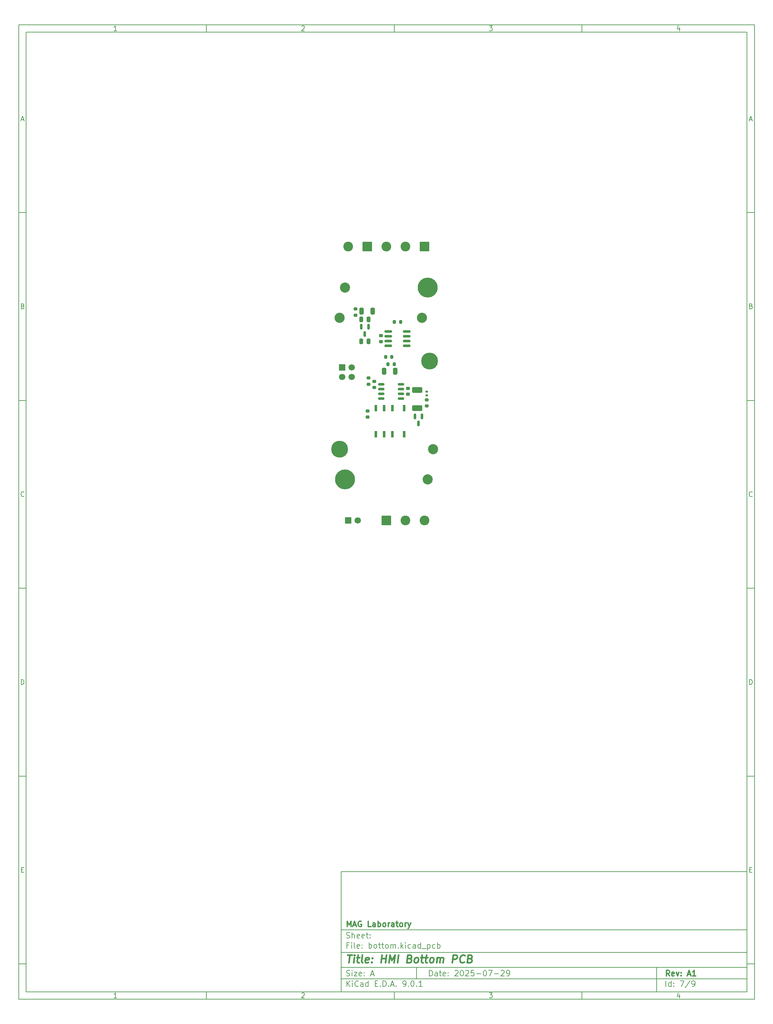
<source format=gbr>
%TF.GenerationSoftware,KiCad,Pcbnew,9.0.1*%
%TF.CreationDate,2025-07-31T02:38:39-07:00*%
%TF.ProjectId,bottom,626f7474-6f6d-42e6-9b69-6361645f7063,A1*%
%TF.SameCoordinates,PX578c1c0PY3d09000*%
%TF.FileFunction,Soldermask,Top*%
%TF.FilePolarity,Negative*%
%FSLAX46Y46*%
G04 Gerber Fmt 4.6, Leading zero omitted, Abs format (unit mm)*
G04 Created by KiCad (PCBNEW 9.0.1) date 2025-07-31 02:38:39*
%MOMM*%
%LPD*%
G01*
G04 APERTURE LIST*
G04 Aperture macros list*
%AMRoundRect*
0 Rectangle with rounded corners*
0 $1 Rounding radius*
0 $2 $3 $4 $5 $6 $7 $8 $9 X,Y pos of 4 corners*
0 Add a 4 corners polygon primitive as box body*
4,1,4,$2,$3,$4,$5,$6,$7,$8,$9,$2,$3,0*
0 Add four circle primitives for the rounded corners*
1,1,$1+$1,$2,$3*
1,1,$1+$1,$4,$5*
1,1,$1+$1,$6,$7*
1,1,$1+$1,$8,$9*
0 Add four rect primitives between the rounded corners*
20,1,$1+$1,$2,$3,$4,$5,0*
20,1,$1+$1,$4,$5,$6,$7,0*
20,1,$1+$1,$6,$7,$8,$9,0*
20,1,$1+$1,$8,$9,$2,$3,0*%
G04 Aperture macros list end*
%ADD10C,0.100000*%
%ADD11C,0.150000*%
%ADD12C,0.300000*%
%ADD13C,0.400000*%
%ADD14RoundRect,0.250000X-1.050000X-1.050000X1.050000X-1.050000X1.050000X1.050000X-1.050000X1.050000X0*%
%ADD15C,2.600000*%
%ADD16RoundRect,0.250000X-0.250000X-0.475000X0.250000X-0.475000X0.250000X0.475000X-0.250000X0.475000X0*%
%ADD17RoundRect,0.200000X-0.200000X-0.275000X0.200000X-0.275000X0.200000X0.275000X-0.200000X0.275000X0*%
%ADD18C,2.700000*%
%ADD19RoundRect,0.200000X-0.275000X0.200000X-0.275000X-0.200000X0.275000X-0.200000X0.275000X0.200000X0*%
%ADD20R,0.800000X1.800000*%
%ADD21RoundRect,0.200000X0.200000X0.275000X-0.200000X0.275000X-0.200000X-0.275000X0.200000X-0.275000X0*%
%ADD22RoundRect,0.225000X-0.250000X0.225000X-0.250000X-0.225000X0.250000X-0.225000X0.250000X0.225000X0*%
%ADD23R,1.700000X1.700000*%
%ADD24C,1.700000*%
%ADD25RoundRect,0.250000X1.050000X1.050000X-1.050000X1.050000X-1.050000X-1.050000X1.050000X-1.050000X0*%
%ADD26RoundRect,0.150000X0.825000X0.150000X-0.825000X0.150000X-0.825000X-0.150000X0.825000X-0.150000X0*%
%ADD27RoundRect,0.135000X0.185000X-0.135000X0.185000X0.135000X-0.185000X0.135000X-0.185000X-0.135000X0*%
%ADD28RoundRect,0.150000X-0.150000X0.587500X-0.150000X-0.587500X0.150000X-0.587500X0.150000X0.587500X0*%
%ADD29C,4.500000*%
%ADD30RoundRect,0.150000X0.675000X0.150000X-0.675000X0.150000X-0.675000X-0.150000X0.675000X-0.150000X0*%
%ADD31RoundRect,0.250000X0.325000X0.650000X-0.325000X0.650000X-0.325000X-0.650000X0.325000X-0.650000X0*%
%ADD32C,5.300000*%
%ADD33RoundRect,0.250000X-0.325000X-0.650000X0.325000X-0.650000X0.325000X0.650000X-0.325000X0.650000X0*%
%ADD34RoundRect,0.225000X0.250000X-0.225000X0.250000X0.225000X-0.250000X0.225000X-0.250000X-0.225000X0*%
%ADD35RoundRect,0.250000X1.100000X-0.500000X1.100000X0.500000X-1.100000X0.500000X-1.100000X-0.500000X0*%
G04 APERTURE END LIST*
D10*
D11*
X4100000Y-171400000D02*
X112100000Y-171400000D01*
X112100000Y-203400000D01*
X4100000Y-203400000D01*
X4100000Y-171400000D01*
D10*
D11*
X-81800000Y54000000D02*
X114100000Y54000000D01*
X114100000Y-205400000D01*
X-81800000Y-205400000D01*
X-81800000Y54000000D01*
D10*
D11*
X-79800000Y52000000D02*
X112100000Y52000000D01*
X112100000Y-203400000D01*
X-79800000Y-203400000D01*
X-79800000Y52000000D01*
D10*
D11*
X-31800000Y52000000D02*
X-31800000Y54000000D01*
D10*
D11*
X18200000Y52000000D02*
X18200000Y54000000D01*
D10*
D11*
X68200000Y52000000D02*
X68200000Y54000000D01*
D10*
D11*
X-55710840Y52406396D02*
X-56453697Y52406396D01*
X-56082269Y52406396D02*
X-56082269Y53706396D01*
X-56082269Y53706396D02*
X-56206078Y53520681D01*
X-56206078Y53520681D02*
X-56329888Y53396872D01*
X-56329888Y53396872D02*
X-56453697Y53334967D01*
D10*
D11*
X-6453697Y53582586D02*
X-6391793Y53644491D01*
X-6391793Y53644491D02*
X-6267983Y53706396D01*
X-6267983Y53706396D02*
X-5958459Y53706396D01*
X-5958459Y53706396D02*
X-5834650Y53644491D01*
X-5834650Y53644491D02*
X-5772745Y53582586D01*
X-5772745Y53582586D02*
X-5710840Y53458777D01*
X-5710840Y53458777D02*
X-5710840Y53334967D01*
X-5710840Y53334967D02*
X-5772745Y53149253D01*
X-5772745Y53149253D02*
X-6515602Y52406396D01*
X-6515602Y52406396D02*
X-5710840Y52406396D01*
D10*
D11*
X43484398Y53706396D02*
X44289160Y53706396D01*
X44289160Y53706396D02*
X43855826Y53211158D01*
X43855826Y53211158D02*
X44041541Y53211158D01*
X44041541Y53211158D02*
X44165350Y53149253D01*
X44165350Y53149253D02*
X44227255Y53087348D01*
X44227255Y53087348D02*
X44289160Y52963539D01*
X44289160Y52963539D02*
X44289160Y52654015D01*
X44289160Y52654015D02*
X44227255Y52530205D01*
X44227255Y52530205D02*
X44165350Y52468300D01*
X44165350Y52468300D02*
X44041541Y52406396D01*
X44041541Y52406396D02*
X43670112Y52406396D01*
X43670112Y52406396D02*
X43546303Y52468300D01*
X43546303Y52468300D02*
X43484398Y52530205D01*
D10*
D11*
X94165350Y53273062D02*
X94165350Y52406396D01*
X93855826Y53768300D02*
X93546303Y52839729D01*
X93546303Y52839729D02*
X94351064Y52839729D01*
D10*
D11*
X-31800000Y-203400000D02*
X-31800000Y-205400000D01*
D10*
D11*
X18200000Y-203400000D02*
X18200000Y-205400000D01*
D10*
D11*
X68200000Y-203400000D02*
X68200000Y-205400000D01*
D10*
D11*
X-55710840Y-204993604D02*
X-56453697Y-204993604D01*
X-56082269Y-204993604D02*
X-56082269Y-203693604D01*
X-56082269Y-203693604D02*
X-56206078Y-203879319D01*
X-56206078Y-203879319D02*
X-56329888Y-204003128D01*
X-56329888Y-204003128D02*
X-56453697Y-204065033D01*
D10*
D11*
X-6453697Y-203817414D02*
X-6391793Y-203755509D01*
X-6391793Y-203755509D02*
X-6267983Y-203693604D01*
X-6267983Y-203693604D02*
X-5958459Y-203693604D01*
X-5958459Y-203693604D02*
X-5834650Y-203755509D01*
X-5834650Y-203755509D02*
X-5772745Y-203817414D01*
X-5772745Y-203817414D02*
X-5710840Y-203941223D01*
X-5710840Y-203941223D02*
X-5710840Y-204065033D01*
X-5710840Y-204065033D02*
X-5772745Y-204250747D01*
X-5772745Y-204250747D02*
X-6515602Y-204993604D01*
X-6515602Y-204993604D02*
X-5710840Y-204993604D01*
D10*
D11*
X43484398Y-203693604D02*
X44289160Y-203693604D01*
X44289160Y-203693604D02*
X43855826Y-204188842D01*
X43855826Y-204188842D02*
X44041541Y-204188842D01*
X44041541Y-204188842D02*
X44165350Y-204250747D01*
X44165350Y-204250747D02*
X44227255Y-204312652D01*
X44227255Y-204312652D02*
X44289160Y-204436461D01*
X44289160Y-204436461D02*
X44289160Y-204745985D01*
X44289160Y-204745985D02*
X44227255Y-204869795D01*
X44227255Y-204869795D02*
X44165350Y-204931700D01*
X44165350Y-204931700D02*
X44041541Y-204993604D01*
X44041541Y-204993604D02*
X43670112Y-204993604D01*
X43670112Y-204993604D02*
X43546303Y-204931700D01*
X43546303Y-204931700D02*
X43484398Y-204869795D01*
D10*
D11*
X94165350Y-204126938D02*
X94165350Y-204993604D01*
X93855826Y-203631700D02*
X93546303Y-204560271D01*
X93546303Y-204560271D02*
X94351064Y-204560271D01*
D10*
D11*
X-81800000Y4000000D02*
X-79800000Y4000000D01*
D10*
D11*
X-81800000Y-46000000D02*
X-79800000Y-46000000D01*
D10*
D11*
X-81800000Y-96000000D02*
X-79800000Y-96000000D01*
D10*
D11*
X-81800000Y-146000000D02*
X-79800000Y-146000000D01*
D10*
D11*
X-81800000Y-196000000D02*
X-79800000Y-196000000D01*
D10*
D11*
X-81109524Y28777824D02*
X-80490477Y28777824D01*
X-81233334Y28406396D02*
X-80800001Y29706396D01*
X-80800001Y29706396D02*
X-80366667Y28406396D01*
D10*
D11*
X-80707143Y-20912652D02*
X-80521429Y-20974557D01*
X-80521429Y-20974557D02*
X-80459524Y-21036461D01*
X-80459524Y-21036461D02*
X-80397620Y-21160271D01*
X-80397620Y-21160271D02*
X-80397620Y-21345985D01*
X-80397620Y-21345985D02*
X-80459524Y-21469795D01*
X-80459524Y-21469795D02*
X-80521429Y-21531700D01*
X-80521429Y-21531700D02*
X-80645239Y-21593604D01*
X-80645239Y-21593604D02*
X-81140477Y-21593604D01*
X-81140477Y-21593604D02*
X-81140477Y-20293604D01*
X-81140477Y-20293604D02*
X-80707143Y-20293604D01*
X-80707143Y-20293604D02*
X-80583334Y-20355509D01*
X-80583334Y-20355509D02*
X-80521429Y-20417414D01*
X-80521429Y-20417414D02*
X-80459524Y-20541223D01*
X-80459524Y-20541223D02*
X-80459524Y-20665033D01*
X-80459524Y-20665033D02*
X-80521429Y-20788842D01*
X-80521429Y-20788842D02*
X-80583334Y-20850747D01*
X-80583334Y-20850747D02*
X-80707143Y-20912652D01*
X-80707143Y-20912652D02*
X-81140477Y-20912652D01*
D10*
D11*
X-80397620Y-71469795D02*
X-80459524Y-71531700D01*
X-80459524Y-71531700D02*
X-80645239Y-71593604D01*
X-80645239Y-71593604D02*
X-80769048Y-71593604D01*
X-80769048Y-71593604D02*
X-80954762Y-71531700D01*
X-80954762Y-71531700D02*
X-81078572Y-71407890D01*
X-81078572Y-71407890D02*
X-81140477Y-71284080D01*
X-81140477Y-71284080D02*
X-81202381Y-71036461D01*
X-81202381Y-71036461D02*
X-81202381Y-70850747D01*
X-81202381Y-70850747D02*
X-81140477Y-70603128D01*
X-81140477Y-70603128D02*
X-81078572Y-70479319D01*
X-81078572Y-70479319D02*
X-80954762Y-70355509D01*
X-80954762Y-70355509D02*
X-80769048Y-70293604D01*
X-80769048Y-70293604D02*
X-80645239Y-70293604D01*
X-80645239Y-70293604D02*
X-80459524Y-70355509D01*
X-80459524Y-70355509D02*
X-80397620Y-70417414D01*
D10*
D11*
X-81140477Y-121593604D02*
X-81140477Y-120293604D01*
X-81140477Y-120293604D02*
X-80830953Y-120293604D01*
X-80830953Y-120293604D02*
X-80645239Y-120355509D01*
X-80645239Y-120355509D02*
X-80521429Y-120479319D01*
X-80521429Y-120479319D02*
X-80459524Y-120603128D01*
X-80459524Y-120603128D02*
X-80397620Y-120850747D01*
X-80397620Y-120850747D02*
X-80397620Y-121036461D01*
X-80397620Y-121036461D02*
X-80459524Y-121284080D01*
X-80459524Y-121284080D02*
X-80521429Y-121407890D01*
X-80521429Y-121407890D02*
X-80645239Y-121531700D01*
X-80645239Y-121531700D02*
X-80830953Y-121593604D01*
X-80830953Y-121593604D02*
X-81140477Y-121593604D01*
D10*
D11*
X-81078572Y-170912652D02*
X-80645238Y-170912652D01*
X-80459524Y-171593604D02*
X-81078572Y-171593604D01*
X-81078572Y-171593604D02*
X-81078572Y-170293604D01*
X-81078572Y-170293604D02*
X-80459524Y-170293604D01*
D10*
D11*
X114100000Y4000000D02*
X112100000Y4000000D01*
D10*
D11*
X114100000Y-46000000D02*
X112100000Y-46000000D01*
D10*
D11*
X114100000Y-96000000D02*
X112100000Y-96000000D01*
D10*
D11*
X114100000Y-146000000D02*
X112100000Y-146000000D01*
D10*
D11*
X114100000Y-196000000D02*
X112100000Y-196000000D01*
D10*
D11*
X112790476Y28777824D02*
X113409523Y28777824D01*
X112666666Y28406396D02*
X113099999Y29706396D01*
X113099999Y29706396D02*
X113533333Y28406396D01*
D10*
D11*
X113192857Y-20912652D02*
X113378571Y-20974557D01*
X113378571Y-20974557D02*
X113440476Y-21036461D01*
X113440476Y-21036461D02*
X113502380Y-21160271D01*
X113502380Y-21160271D02*
X113502380Y-21345985D01*
X113502380Y-21345985D02*
X113440476Y-21469795D01*
X113440476Y-21469795D02*
X113378571Y-21531700D01*
X113378571Y-21531700D02*
X113254761Y-21593604D01*
X113254761Y-21593604D02*
X112759523Y-21593604D01*
X112759523Y-21593604D02*
X112759523Y-20293604D01*
X112759523Y-20293604D02*
X113192857Y-20293604D01*
X113192857Y-20293604D02*
X113316666Y-20355509D01*
X113316666Y-20355509D02*
X113378571Y-20417414D01*
X113378571Y-20417414D02*
X113440476Y-20541223D01*
X113440476Y-20541223D02*
X113440476Y-20665033D01*
X113440476Y-20665033D02*
X113378571Y-20788842D01*
X113378571Y-20788842D02*
X113316666Y-20850747D01*
X113316666Y-20850747D02*
X113192857Y-20912652D01*
X113192857Y-20912652D02*
X112759523Y-20912652D01*
D10*
D11*
X113502380Y-71469795D02*
X113440476Y-71531700D01*
X113440476Y-71531700D02*
X113254761Y-71593604D01*
X113254761Y-71593604D02*
X113130952Y-71593604D01*
X113130952Y-71593604D02*
X112945238Y-71531700D01*
X112945238Y-71531700D02*
X112821428Y-71407890D01*
X112821428Y-71407890D02*
X112759523Y-71284080D01*
X112759523Y-71284080D02*
X112697619Y-71036461D01*
X112697619Y-71036461D02*
X112697619Y-70850747D01*
X112697619Y-70850747D02*
X112759523Y-70603128D01*
X112759523Y-70603128D02*
X112821428Y-70479319D01*
X112821428Y-70479319D02*
X112945238Y-70355509D01*
X112945238Y-70355509D02*
X113130952Y-70293604D01*
X113130952Y-70293604D02*
X113254761Y-70293604D01*
X113254761Y-70293604D02*
X113440476Y-70355509D01*
X113440476Y-70355509D02*
X113502380Y-70417414D01*
D10*
D11*
X112759523Y-121593604D02*
X112759523Y-120293604D01*
X112759523Y-120293604D02*
X113069047Y-120293604D01*
X113069047Y-120293604D02*
X113254761Y-120355509D01*
X113254761Y-120355509D02*
X113378571Y-120479319D01*
X113378571Y-120479319D02*
X113440476Y-120603128D01*
X113440476Y-120603128D02*
X113502380Y-120850747D01*
X113502380Y-120850747D02*
X113502380Y-121036461D01*
X113502380Y-121036461D02*
X113440476Y-121284080D01*
X113440476Y-121284080D02*
X113378571Y-121407890D01*
X113378571Y-121407890D02*
X113254761Y-121531700D01*
X113254761Y-121531700D02*
X113069047Y-121593604D01*
X113069047Y-121593604D02*
X112759523Y-121593604D01*
D10*
D11*
X112821428Y-170912652D02*
X113254762Y-170912652D01*
X113440476Y-171593604D02*
X112821428Y-171593604D01*
X112821428Y-171593604D02*
X112821428Y-170293604D01*
X112821428Y-170293604D02*
X113440476Y-170293604D01*
D10*
D11*
X27555826Y-199186128D02*
X27555826Y-197686128D01*
X27555826Y-197686128D02*
X27912969Y-197686128D01*
X27912969Y-197686128D02*
X28127255Y-197757557D01*
X28127255Y-197757557D02*
X28270112Y-197900414D01*
X28270112Y-197900414D02*
X28341541Y-198043271D01*
X28341541Y-198043271D02*
X28412969Y-198328985D01*
X28412969Y-198328985D02*
X28412969Y-198543271D01*
X28412969Y-198543271D02*
X28341541Y-198828985D01*
X28341541Y-198828985D02*
X28270112Y-198971842D01*
X28270112Y-198971842D02*
X28127255Y-199114700D01*
X28127255Y-199114700D02*
X27912969Y-199186128D01*
X27912969Y-199186128D02*
X27555826Y-199186128D01*
X29698684Y-199186128D02*
X29698684Y-198400414D01*
X29698684Y-198400414D02*
X29627255Y-198257557D01*
X29627255Y-198257557D02*
X29484398Y-198186128D01*
X29484398Y-198186128D02*
X29198684Y-198186128D01*
X29198684Y-198186128D02*
X29055826Y-198257557D01*
X29698684Y-199114700D02*
X29555826Y-199186128D01*
X29555826Y-199186128D02*
X29198684Y-199186128D01*
X29198684Y-199186128D02*
X29055826Y-199114700D01*
X29055826Y-199114700D02*
X28984398Y-198971842D01*
X28984398Y-198971842D02*
X28984398Y-198828985D01*
X28984398Y-198828985D02*
X29055826Y-198686128D01*
X29055826Y-198686128D02*
X29198684Y-198614700D01*
X29198684Y-198614700D02*
X29555826Y-198614700D01*
X29555826Y-198614700D02*
X29698684Y-198543271D01*
X30198684Y-198186128D02*
X30770112Y-198186128D01*
X30412969Y-197686128D02*
X30412969Y-198971842D01*
X30412969Y-198971842D02*
X30484398Y-199114700D01*
X30484398Y-199114700D02*
X30627255Y-199186128D01*
X30627255Y-199186128D02*
X30770112Y-199186128D01*
X31841541Y-199114700D02*
X31698684Y-199186128D01*
X31698684Y-199186128D02*
X31412970Y-199186128D01*
X31412970Y-199186128D02*
X31270112Y-199114700D01*
X31270112Y-199114700D02*
X31198684Y-198971842D01*
X31198684Y-198971842D02*
X31198684Y-198400414D01*
X31198684Y-198400414D02*
X31270112Y-198257557D01*
X31270112Y-198257557D02*
X31412970Y-198186128D01*
X31412970Y-198186128D02*
X31698684Y-198186128D01*
X31698684Y-198186128D02*
X31841541Y-198257557D01*
X31841541Y-198257557D02*
X31912970Y-198400414D01*
X31912970Y-198400414D02*
X31912970Y-198543271D01*
X31912970Y-198543271D02*
X31198684Y-198686128D01*
X32555826Y-199043271D02*
X32627255Y-199114700D01*
X32627255Y-199114700D02*
X32555826Y-199186128D01*
X32555826Y-199186128D02*
X32484398Y-199114700D01*
X32484398Y-199114700D02*
X32555826Y-199043271D01*
X32555826Y-199043271D02*
X32555826Y-199186128D01*
X32555826Y-198257557D02*
X32627255Y-198328985D01*
X32627255Y-198328985D02*
X32555826Y-198400414D01*
X32555826Y-198400414D02*
X32484398Y-198328985D01*
X32484398Y-198328985D02*
X32555826Y-198257557D01*
X32555826Y-198257557D02*
X32555826Y-198400414D01*
X34341541Y-197828985D02*
X34412969Y-197757557D01*
X34412969Y-197757557D02*
X34555827Y-197686128D01*
X34555827Y-197686128D02*
X34912969Y-197686128D01*
X34912969Y-197686128D02*
X35055827Y-197757557D01*
X35055827Y-197757557D02*
X35127255Y-197828985D01*
X35127255Y-197828985D02*
X35198684Y-197971842D01*
X35198684Y-197971842D02*
X35198684Y-198114700D01*
X35198684Y-198114700D02*
X35127255Y-198328985D01*
X35127255Y-198328985D02*
X34270112Y-199186128D01*
X34270112Y-199186128D02*
X35198684Y-199186128D01*
X36127255Y-197686128D02*
X36270112Y-197686128D01*
X36270112Y-197686128D02*
X36412969Y-197757557D01*
X36412969Y-197757557D02*
X36484398Y-197828985D01*
X36484398Y-197828985D02*
X36555826Y-197971842D01*
X36555826Y-197971842D02*
X36627255Y-198257557D01*
X36627255Y-198257557D02*
X36627255Y-198614700D01*
X36627255Y-198614700D02*
X36555826Y-198900414D01*
X36555826Y-198900414D02*
X36484398Y-199043271D01*
X36484398Y-199043271D02*
X36412969Y-199114700D01*
X36412969Y-199114700D02*
X36270112Y-199186128D01*
X36270112Y-199186128D02*
X36127255Y-199186128D01*
X36127255Y-199186128D02*
X35984398Y-199114700D01*
X35984398Y-199114700D02*
X35912969Y-199043271D01*
X35912969Y-199043271D02*
X35841540Y-198900414D01*
X35841540Y-198900414D02*
X35770112Y-198614700D01*
X35770112Y-198614700D02*
X35770112Y-198257557D01*
X35770112Y-198257557D02*
X35841540Y-197971842D01*
X35841540Y-197971842D02*
X35912969Y-197828985D01*
X35912969Y-197828985D02*
X35984398Y-197757557D01*
X35984398Y-197757557D02*
X36127255Y-197686128D01*
X37198683Y-197828985D02*
X37270111Y-197757557D01*
X37270111Y-197757557D02*
X37412969Y-197686128D01*
X37412969Y-197686128D02*
X37770111Y-197686128D01*
X37770111Y-197686128D02*
X37912969Y-197757557D01*
X37912969Y-197757557D02*
X37984397Y-197828985D01*
X37984397Y-197828985D02*
X38055826Y-197971842D01*
X38055826Y-197971842D02*
X38055826Y-198114700D01*
X38055826Y-198114700D02*
X37984397Y-198328985D01*
X37984397Y-198328985D02*
X37127254Y-199186128D01*
X37127254Y-199186128D02*
X38055826Y-199186128D01*
X39412968Y-197686128D02*
X38698682Y-197686128D01*
X38698682Y-197686128D02*
X38627254Y-198400414D01*
X38627254Y-198400414D02*
X38698682Y-198328985D01*
X38698682Y-198328985D02*
X38841540Y-198257557D01*
X38841540Y-198257557D02*
X39198682Y-198257557D01*
X39198682Y-198257557D02*
X39341540Y-198328985D01*
X39341540Y-198328985D02*
X39412968Y-198400414D01*
X39412968Y-198400414D02*
X39484397Y-198543271D01*
X39484397Y-198543271D02*
X39484397Y-198900414D01*
X39484397Y-198900414D02*
X39412968Y-199043271D01*
X39412968Y-199043271D02*
X39341540Y-199114700D01*
X39341540Y-199114700D02*
X39198682Y-199186128D01*
X39198682Y-199186128D02*
X38841540Y-199186128D01*
X38841540Y-199186128D02*
X38698682Y-199114700D01*
X38698682Y-199114700D02*
X38627254Y-199043271D01*
X40127253Y-198614700D02*
X41270111Y-198614700D01*
X42270111Y-197686128D02*
X42412968Y-197686128D01*
X42412968Y-197686128D02*
X42555825Y-197757557D01*
X42555825Y-197757557D02*
X42627254Y-197828985D01*
X42627254Y-197828985D02*
X42698682Y-197971842D01*
X42698682Y-197971842D02*
X42770111Y-198257557D01*
X42770111Y-198257557D02*
X42770111Y-198614700D01*
X42770111Y-198614700D02*
X42698682Y-198900414D01*
X42698682Y-198900414D02*
X42627254Y-199043271D01*
X42627254Y-199043271D02*
X42555825Y-199114700D01*
X42555825Y-199114700D02*
X42412968Y-199186128D01*
X42412968Y-199186128D02*
X42270111Y-199186128D01*
X42270111Y-199186128D02*
X42127254Y-199114700D01*
X42127254Y-199114700D02*
X42055825Y-199043271D01*
X42055825Y-199043271D02*
X41984396Y-198900414D01*
X41984396Y-198900414D02*
X41912968Y-198614700D01*
X41912968Y-198614700D02*
X41912968Y-198257557D01*
X41912968Y-198257557D02*
X41984396Y-197971842D01*
X41984396Y-197971842D02*
X42055825Y-197828985D01*
X42055825Y-197828985D02*
X42127254Y-197757557D01*
X42127254Y-197757557D02*
X42270111Y-197686128D01*
X43270110Y-197686128D02*
X44270110Y-197686128D01*
X44270110Y-197686128D02*
X43627253Y-199186128D01*
X44841538Y-198614700D02*
X45984396Y-198614700D01*
X46627253Y-197828985D02*
X46698681Y-197757557D01*
X46698681Y-197757557D02*
X46841539Y-197686128D01*
X46841539Y-197686128D02*
X47198681Y-197686128D01*
X47198681Y-197686128D02*
X47341539Y-197757557D01*
X47341539Y-197757557D02*
X47412967Y-197828985D01*
X47412967Y-197828985D02*
X47484396Y-197971842D01*
X47484396Y-197971842D02*
X47484396Y-198114700D01*
X47484396Y-198114700D02*
X47412967Y-198328985D01*
X47412967Y-198328985D02*
X46555824Y-199186128D01*
X46555824Y-199186128D02*
X47484396Y-199186128D01*
X48198681Y-199186128D02*
X48484395Y-199186128D01*
X48484395Y-199186128D02*
X48627252Y-199114700D01*
X48627252Y-199114700D02*
X48698681Y-199043271D01*
X48698681Y-199043271D02*
X48841538Y-198828985D01*
X48841538Y-198828985D02*
X48912967Y-198543271D01*
X48912967Y-198543271D02*
X48912967Y-197971842D01*
X48912967Y-197971842D02*
X48841538Y-197828985D01*
X48841538Y-197828985D02*
X48770110Y-197757557D01*
X48770110Y-197757557D02*
X48627252Y-197686128D01*
X48627252Y-197686128D02*
X48341538Y-197686128D01*
X48341538Y-197686128D02*
X48198681Y-197757557D01*
X48198681Y-197757557D02*
X48127252Y-197828985D01*
X48127252Y-197828985D02*
X48055824Y-197971842D01*
X48055824Y-197971842D02*
X48055824Y-198328985D01*
X48055824Y-198328985D02*
X48127252Y-198471842D01*
X48127252Y-198471842D02*
X48198681Y-198543271D01*
X48198681Y-198543271D02*
X48341538Y-198614700D01*
X48341538Y-198614700D02*
X48627252Y-198614700D01*
X48627252Y-198614700D02*
X48770110Y-198543271D01*
X48770110Y-198543271D02*
X48841538Y-198471842D01*
X48841538Y-198471842D02*
X48912967Y-198328985D01*
D10*
D11*
X4100000Y-199900000D02*
X112100000Y-199900000D01*
D10*
D11*
X5555826Y-201986128D02*
X5555826Y-200486128D01*
X6412969Y-201986128D02*
X5770112Y-201128985D01*
X6412969Y-200486128D02*
X5555826Y-201343271D01*
X7055826Y-201986128D02*
X7055826Y-200986128D01*
X7055826Y-200486128D02*
X6984398Y-200557557D01*
X6984398Y-200557557D02*
X7055826Y-200628985D01*
X7055826Y-200628985D02*
X7127255Y-200557557D01*
X7127255Y-200557557D02*
X7055826Y-200486128D01*
X7055826Y-200486128D02*
X7055826Y-200628985D01*
X8627255Y-201843271D02*
X8555827Y-201914700D01*
X8555827Y-201914700D02*
X8341541Y-201986128D01*
X8341541Y-201986128D02*
X8198684Y-201986128D01*
X8198684Y-201986128D02*
X7984398Y-201914700D01*
X7984398Y-201914700D02*
X7841541Y-201771842D01*
X7841541Y-201771842D02*
X7770112Y-201628985D01*
X7770112Y-201628985D02*
X7698684Y-201343271D01*
X7698684Y-201343271D02*
X7698684Y-201128985D01*
X7698684Y-201128985D02*
X7770112Y-200843271D01*
X7770112Y-200843271D02*
X7841541Y-200700414D01*
X7841541Y-200700414D02*
X7984398Y-200557557D01*
X7984398Y-200557557D02*
X8198684Y-200486128D01*
X8198684Y-200486128D02*
X8341541Y-200486128D01*
X8341541Y-200486128D02*
X8555827Y-200557557D01*
X8555827Y-200557557D02*
X8627255Y-200628985D01*
X9912970Y-201986128D02*
X9912970Y-201200414D01*
X9912970Y-201200414D02*
X9841541Y-201057557D01*
X9841541Y-201057557D02*
X9698684Y-200986128D01*
X9698684Y-200986128D02*
X9412970Y-200986128D01*
X9412970Y-200986128D02*
X9270112Y-201057557D01*
X9912970Y-201914700D02*
X9770112Y-201986128D01*
X9770112Y-201986128D02*
X9412970Y-201986128D01*
X9412970Y-201986128D02*
X9270112Y-201914700D01*
X9270112Y-201914700D02*
X9198684Y-201771842D01*
X9198684Y-201771842D02*
X9198684Y-201628985D01*
X9198684Y-201628985D02*
X9270112Y-201486128D01*
X9270112Y-201486128D02*
X9412970Y-201414700D01*
X9412970Y-201414700D02*
X9770112Y-201414700D01*
X9770112Y-201414700D02*
X9912970Y-201343271D01*
X11270113Y-201986128D02*
X11270113Y-200486128D01*
X11270113Y-201914700D02*
X11127255Y-201986128D01*
X11127255Y-201986128D02*
X10841541Y-201986128D01*
X10841541Y-201986128D02*
X10698684Y-201914700D01*
X10698684Y-201914700D02*
X10627255Y-201843271D01*
X10627255Y-201843271D02*
X10555827Y-201700414D01*
X10555827Y-201700414D02*
X10555827Y-201271842D01*
X10555827Y-201271842D02*
X10627255Y-201128985D01*
X10627255Y-201128985D02*
X10698684Y-201057557D01*
X10698684Y-201057557D02*
X10841541Y-200986128D01*
X10841541Y-200986128D02*
X11127255Y-200986128D01*
X11127255Y-200986128D02*
X11270113Y-201057557D01*
X13127255Y-201200414D02*
X13627255Y-201200414D01*
X13841541Y-201986128D02*
X13127255Y-201986128D01*
X13127255Y-201986128D02*
X13127255Y-200486128D01*
X13127255Y-200486128D02*
X13841541Y-200486128D01*
X14484398Y-201843271D02*
X14555827Y-201914700D01*
X14555827Y-201914700D02*
X14484398Y-201986128D01*
X14484398Y-201986128D02*
X14412970Y-201914700D01*
X14412970Y-201914700D02*
X14484398Y-201843271D01*
X14484398Y-201843271D02*
X14484398Y-201986128D01*
X15198684Y-201986128D02*
X15198684Y-200486128D01*
X15198684Y-200486128D02*
X15555827Y-200486128D01*
X15555827Y-200486128D02*
X15770113Y-200557557D01*
X15770113Y-200557557D02*
X15912970Y-200700414D01*
X15912970Y-200700414D02*
X15984399Y-200843271D01*
X15984399Y-200843271D02*
X16055827Y-201128985D01*
X16055827Y-201128985D02*
X16055827Y-201343271D01*
X16055827Y-201343271D02*
X15984399Y-201628985D01*
X15984399Y-201628985D02*
X15912970Y-201771842D01*
X15912970Y-201771842D02*
X15770113Y-201914700D01*
X15770113Y-201914700D02*
X15555827Y-201986128D01*
X15555827Y-201986128D02*
X15198684Y-201986128D01*
X16698684Y-201843271D02*
X16770113Y-201914700D01*
X16770113Y-201914700D02*
X16698684Y-201986128D01*
X16698684Y-201986128D02*
X16627256Y-201914700D01*
X16627256Y-201914700D02*
X16698684Y-201843271D01*
X16698684Y-201843271D02*
X16698684Y-201986128D01*
X17341542Y-201557557D02*
X18055828Y-201557557D01*
X17198685Y-201986128D02*
X17698685Y-200486128D01*
X17698685Y-200486128D02*
X18198685Y-201986128D01*
X18698684Y-201843271D02*
X18770113Y-201914700D01*
X18770113Y-201914700D02*
X18698684Y-201986128D01*
X18698684Y-201986128D02*
X18627256Y-201914700D01*
X18627256Y-201914700D02*
X18698684Y-201843271D01*
X18698684Y-201843271D02*
X18698684Y-201986128D01*
X20627256Y-201986128D02*
X20912970Y-201986128D01*
X20912970Y-201986128D02*
X21055827Y-201914700D01*
X21055827Y-201914700D02*
X21127256Y-201843271D01*
X21127256Y-201843271D02*
X21270113Y-201628985D01*
X21270113Y-201628985D02*
X21341542Y-201343271D01*
X21341542Y-201343271D02*
X21341542Y-200771842D01*
X21341542Y-200771842D02*
X21270113Y-200628985D01*
X21270113Y-200628985D02*
X21198685Y-200557557D01*
X21198685Y-200557557D02*
X21055827Y-200486128D01*
X21055827Y-200486128D02*
X20770113Y-200486128D01*
X20770113Y-200486128D02*
X20627256Y-200557557D01*
X20627256Y-200557557D02*
X20555827Y-200628985D01*
X20555827Y-200628985D02*
X20484399Y-200771842D01*
X20484399Y-200771842D02*
X20484399Y-201128985D01*
X20484399Y-201128985D02*
X20555827Y-201271842D01*
X20555827Y-201271842D02*
X20627256Y-201343271D01*
X20627256Y-201343271D02*
X20770113Y-201414700D01*
X20770113Y-201414700D02*
X21055827Y-201414700D01*
X21055827Y-201414700D02*
X21198685Y-201343271D01*
X21198685Y-201343271D02*
X21270113Y-201271842D01*
X21270113Y-201271842D02*
X21341542Y-201128985D01*
X21984398Y-201843271D02*
X22055827Y-201914700D01*
X22055827Y-201914700D02*
X21984398Y-201986128D01*
X21984398Y-201986128D02*
X21912970Y-201914700D01*
X21912970Y-201914700D02*
X21984398Y-201843271D01*
X21984398Y-201843271D02*
X21984398Y-201986128D01*
X22984399Y-200486128D02*
X23127256Y-200486128D01*
X23127256Y-200486128D02*
X23270113Y-200557557D01*
X23270113Y-200557557D02*
X23341542Y-200628985D01*
X23341542Y-200628985D02*
X23412970Y-200771842D01*
X23412970Y-200771842D02*
X23484399Y-201057557D01*
X23484399Y-201057557D02*
X23484399Y-201414700D01*
X23484399Y-201414700D02*
X23412970Y-201700414D01*
X23412970Y-201700414D02*
X23341542Y-201843271D01*
X23341542Y-201843271D02*
X23270113Y-201914700D01*
X23270113Y-201914700D02*
X23127256Y-201986128D01*
X23127256Y-201986128D02*
X22984399Y-201986128D01*
X22984399Y-201986128D02*
X22841542Y-201914700D01*
X22841542Y-201914700D02*
X22770113Y-201843271D01*
X22770113Y-201843271D02*
X22698684Y-201700414D01*
X22698684Y-201700414D02*
X22627256Y-201414700D01*
X22627256Y-201414700D02*
X22627256Y-201057557D01*
X22627256Y-201057557D02*
X22698684Y-200771842D01*
X22698684Y-200771842D02*
X22770113Y-200628985D01*
X22770113Y-200628985D02*
X22841542Y-200557557D01*
X22841542Y-200557557D02*
X22984399Y-200486128D01*
X24127255Y-201843271D02*
X24198684Y-201914700D01*
X24198684Y-201914700D02*
X24127255Y-201986128D01*
X24127255Y-201986128D02*
X24055827Y-201914700D01*
X24055827Y-201914700D02*
X24127255Y-201843271D01*
X24127255Y-201843271D02*
X24127255Y-201986128D01*
X25627256Y-201986128D02*
X24770113Y-201986128D01*
X25198684Y-201986128D02*
X25198684Y-200486128D01*
X25198684Y-200486128D02*
X25055827Y-200700414D01*
X25055827Y-200700414D02*
X24912970Y-200843271D01*
X24912970Y-200843271D02*
X24770113Y-200914700D01*
D10*
D11*
X4100000Y-196900000D02*
X112100000Y-196900000D01*
D10*
D12*
X91511653Y-199178328D02*
X91011653Y-198464042D01*
X90654510Y-199178328D02*
X90654510Y-197678328D01*
X90654510Y-197678328D02*
X91225939Y-197678328D01*
X91225939Y-197678328D02*
X91368796Y-197749757D01*
X91368796Y-197749757D02*
X91440225Y-197821185D01*
X91440225Y-197821185D02*
X91511653Y-197964042D01*
X91511653Y-197964042D02*
X91511653Y-198178328D01*
X91511653Y-198178328D02*
X91440225Y-198321185D01*
X91440225Y-198321185D02*
X91368796Y-198392614D01*
X91368796Y-198392614D02*
X91225939Y-198464042D01*
X91225939Y-198464042D02*
X90654510Y-198464042D01*
X92725939Y-199106900D02*
X92583082Y-199178328D01*
X92583082Y-199178328D02*
X92297368Y-199178328D01*
X92297368Y-199178328D02*
X92154510Y-199106900D01*
X92154510Y-199106900D02*
X92083082Y-198964042D01*
X92083082Y-198964042D02*
X92083082Y-198392614D01*
X92083082Y-198392614D02*
X92154510Y-198249757D01*
X92154510Y-198249757D02*
X92297368Y-198178328D01*
X92297368Y-198178328D02*
X92583082Y-198178328D01*
X92583082Y-198178328D02*
X92725939Y-198249757D01*
X92725939Y-198249757D02*
X92797368Y-198392614D01*
X92797368Y-198392614D02*
X92797368Y-198535471D01*
X92797368Y-198535471D02*
X92083082Y-198678328D01*
X93297367Y-198178328D02*
X93654510Y-199178328D01*
X93654510Y-199178328D02*
X94011653Y-198178328D01*
X94583081Y-199035471D02*
X94654510Y-199106900D01*
X94654510Y-199106900D02*
X94583081Y-199178328D01*
X94583081Y-199178328D02*
X94511653Y-199106900D01*
X94511653Y-199106900D02*
X94583081Y-199035471D01*
X94583081Y-199035471D02*
X94583081Y-199178328D01*
X94583081Y-198249757D02*
X94654510Y-198321185D01*
X94654510Y-198321185D02*
X94583081Y-198392614D01*
X94583081Y-198392614D02*
X94511653Y-198321185D01*
X94511653Y-198321185D02*
X94583081Y-198249757D01*
X94583081Y-198249757D02*
X94583081Y-198392614D01*
X96368796Y-198749757D02*
X97083082Y-198749757D01*
X96225939Y-199178328D02*
X96725939Y-197678328D01*
X96725939Y-197678328D02*
X97225939Y-199178328D01*
X98511653Y-199178328D02*
X97654510Y-199178328D01*
X98083081Y-199178328D02*
X98083081Y-197678328D01*
X98083081Y-197678328D02*
X97940224Y-197892614D01*
X97940224Y-197892614D02*
X97797367Y-198035471D01*
X97797367Y-198035471D02*
X97654510Y-198106900D01*
D10*
D11*
X5484398Y-199114700D02*
X5698684Y-199186128D01*
X5698684Y-199186128D02*
X6055826Y-199186128D01*
X6055826Y-199186128D02*
X6198684Y-199114700D01*
X6198684Y-199114700D02*
X6270112Y-199043271D01*
X6270112Y-199043271D02*
X6341541Y-198900414D01*
X6341541Y-198900414D02*
X6341541Y-198757557D01*
X6341541Y-198757557D02*
X6270112Y-198614700D01*
X6270112Y-198614700D02*
X6198684Y-198543271D01*
X6198684Y-198543271D02*
X6055826Y-198471842D01*
X6055826Y-198471842D02*
X5770112Y-198400414D01*
X5770112Y-198400414D02*
X5627255Y-198328985D01*
X5627255Y-198328985D02*
X5555826Y-198257557D01*
X5555826Y-198257557D02*
X5484398Y-198114700D01*
X5484398Y-198114700D02*
X5484398Y-197971842D01*
X5484398Y-197971842D02*
X5555826Y-197828985D01*
X5555826Y-197828985D02*
X5627255Y-197757557D01*
X5627255Y-197757557D02*
X5770112Y-197686128D01*
X5770112Y-197686128D02*
X6127255Y-197686128D01*
X6127255Y-197686128D02*
X6341541Y-197757557D01*
X6984397Y-199186128D02*
X6984397Y-198186128D01*
X6984397Y-197686128D02*
X6912969Y-197757557D01*
X6912969Y-197757557D02*
X6984397Y-197828985D01*
X6984397Y-197828985D02*
X7055826Y-197757557D01*
X7055826Y-197757557D02*
X6984397Y-197686128D01*
X6984397Y-197686128D02*
X6984397Y-197828985D01*
X7555826Y-198186128D02*
X8341541Y-198186128D01*
X8341541Y-198186128D02*
X7555826Y-199186128D01*
X7555826Y-199186128D02*
X8341541Y-199186128D01*
X9484398Y-199114700D02*
X9341541Y-199186128D01*
X9341541Y-199186128D02*
X9055827Y-199186128D01*
X9055827Y-199186128D02*
X8912969Y-199114700D01*
X8912969Y-199114700D02*
X8841541Y-198971842D01*
X8841541Y-198971842D02*
X8841541Y-198400414D01*
X8841541Y-198400414D02*
X8912969Y-198257557D01*
X8912969Y-198257557D02*
X9055827Y-198186128D01*
X9055827Y-198186128D02*
X9341541Y-198186128D01*
X9341541Y-198186128D02*
X9484398Y-198257557D01*
X9484398Y-198257557D02*
X9555827Y-198400414D01*
X9555827Y-198400414D02*
X9555827Y-198543271D01*
X9555827Y-198543271D02*
X8841541Y-198686128D01*
X10198683Y-199043271D02*
X10270112Y-199114700D01*
X10270112Y-199114700D02*
X10198683Y-199186128D01*
X10198683Y-199186128D02*
X10127255Y-199114700D01*
X10127255Y-199114700D02*
X10198683Y-199043271D01*
X10198683Y-199043271D02*
X10198683Y-199186128D01*
X10198683Y-198257557D02*
X10270112Y-198328985D01*
X10270112Y-198328985D02*
X10198683Y-198400414D01*
X10198683Y-198400414D02*
X10127255Y-198328985D01*
X10127255Y-198328985D02*
X10198683Y-198257557D01*
X10198683Y-198257557D02*
X10198683Y-198400414D01*
X11984398Y-198757557D02*
X12698684Y-198757557D01*
X11841541Y-199186128D02*
X12341541Y-197686128D01*
X12341541Y-197686128D02*
X12841541Y-199186128D01*
D10*
D11*
X90555826Y-201986128D02*
X90555826Y-200486128D01*
X91912970Y-201986128D02*
X91912970Y-200486128D01*
X91912970Y-201914700D02*
X91770112Y-201986128D01*
X91770112Y-201986128D02*
X91484398Y-201986128D01*
X91484398Y-201986128D02*
X91341541Y-201914700D01*
X91341541Y-201914700D02*
X91270112Y-201843271D01*
X91270112Y-201843271D02*
X91198684Y-201700414D01*
X91198684Y-201700414D02*
X91198684Y-201271842D01*
X91198684Y-201271842D02*
X91270112Y-201128985D01*
X91270112Y-201128985D02*
X91341541Y-201057557D01*
X91341541Y-201057557D02*
X91484398Y-200986128D01*
X91484398Y-200986128D02*
X91770112Y-200986128D01*
X91770112Y-200986128D02*
X91912970Y-201057557D01*
X92627255Y-201843271D02*
X92698684Y-201914700D01*
X92698684Y-201914700D02*
X92627255Y-201986128D01*
X92627255Y-201986128D02*
X92555827Y-201914700D01*
X92555827Y-201914700D02*
X92627255Y-201843271D01*
X92627255Y-201843271D02*
X92627255Y-201986128D01*
X92627255Y-201057557D02*
X92698684Y-201128985D01*
X92698684Y-201128985D02*
X92627255Y-201200414D01*
X92627255Y-201200414D02*
X92555827Y-201128985D01*
X92555827Y-201128985D02*
X92627255Y-201057557D01*
X92627255Y-201057557D02*
X92627255Y-201200414D01*
X94341541Y-200486128D02*
X95341541Y-200486128D01*
X95341541Y-200486128D02*
X94698684Y-201986128D01*
X96984398Y-200414700D02*
X95698684Y-202343271D01*
X97555827Y-201986128D02*
X97841541Y-201986128D01*
X97841541Y-201986128D02*
X97984398Y-201914700D01*
X97984398Y-201914700D02*
X98055827Y-201843271D01*
X98055827Y-201843271D02*
X98198684Y-201628985D01*
X98198684Y-201628985D02*
X98270113Y-201343271D01*
X98270113Y-201343271D02*
X98270113Y-200771842D01*
X98270113Y-200771842D02*
X98198684Y-200628985D01*
X98198684Y-200628985D02*
X98127256Y-200557557D01*
X98127256Y-200557557D02*
X97984398Y-200486128D01*
X97984398Y-200486128D02*
X97698684Y-200486128D01*
X97698684Y-200486128D02*
X97555827Y-200557557D01*
X97555827Y-200557557D02*
X97484398Y-200628985D01*
X97484398Y-200628985D02*
X97412970Y-200771842D01*
X97412970Y-200771842D02*
X97412970Y-201128985D01*
X97412970Y-201128985D02*
X97484398Y-201271842D01*
X97484398Y-201271842D02*
X97555827Y-201343271D01*
X97555827Y-201343271D02*
X97698684Y-201414700D01*
X97698684Y-201414700D02*
X97984398Y-201414700D01*
X97984398Y-201414700D02*
X98127256Y-201343271D01*
X98127256Y-201343271D02*
X98198684Y-201271842D01*
X98198684Y-201271842D02*
X98270113Y-201128985D01*
D10*
D11*
X4100000Y-192900000D02*
X112100000Y-192900000D01*
D10*
D13*
X5791728Y-193604438D02*
X6934585Y-193604438D01*
X6113157Y-195604438D02*
X6363157Y-193604438D01*
X7351252Y-195604438D02*
X7517919Y-194271104D01*
X7601252Y-193604438D02*
X7494109Y-193699676D01*
X7494109Y-193699676D02*
X7577443Y-193794914D01*
X7577443Y-193794914D02*
X7684586Y-193699676D01*
X7684586Y-193699676D02*
X7601252Y-193604438D01*
X7601252Y-193604438D02*
X7577443Y-193794914D01*
X8184586Y-194271104D02*
X8946490Y-194271104D01*
X8553633Y-193604438D02*
X8339348Y-195318723D01*
X8339348Y-195318723D02*
X8410776Y-195509200D01*
X8410776Y-195509200D02*
X8589348Y-195604438D01*
X8589348Y-195604438D02*
X8779824Y-195604438D01*
X9732205Y-195604438D02*
X9553633Y-195509200D01*
X9553633Y-195509200D02*
X9482205Y-195318723D01*
X9482205Y-195318723D02*
X9696490Y-193604438D01*
X11267919Y-195509200D02*
X11065538Y-195604438D01*
X11065538Y-195604438D02*
X10684585Y-195604438D01*
X10684585Y-195604438D02*
X10506014Y-195509200D01*
X10506014Y-195509200D02*
X10434585Y-195318723D01*
X10434585Y-195318723D02*
X10529824Y-194556819D01*
X10529824Y-194556819D02*
X10648871Y-194366342D01*
X10648871Y-194366342D02*
X10851252Y-194271104D01*
X10851252Y-194271104D02*
X11232204Y-194271104D01*
X11232204Y-194271104D02*
X11410776Y-194366342D01*
X11410776Y-194366342D02*
X11482204Y-194556819D01*
X11482204Y-194556819D02*
X11458395Y-194747295D01*
X11458395Y-194747295D02*
X10482204Y-194937771D01*
X12232205Y-195413961D02*
X12315538Y-195509200D01*
X12315538Y-195509200D02*
X12208395Y-195604438D01*
X12208395Y-195604438D02*
X12125062Y-195509200D01*
X12125062Y-195509200D02*
X12232205Y-195413961D01*
X12232205Y-195413961D02*
X12208395Y-195604438D01*
X12363157Y-194366342D02*
X12446490Y-194461580D01*
X12446490Y-194461580D02*
X12339348Y-194556819D01*
X12339348Y-194556819D02*
X12256014Y-194461580D01*
X12256014Y-194461580D02*
X12363157Y-194366342D01*
X12363157Y-194366342D02*
X12339348Y-194556819D01*
X14684586Y-195604438D02*
X14934586Y-193604438D01*
X14815539Y-194556819D02*
X15958396Y-194556819D01*
X15827443Y-195604438D02*
X16077443Y-193604438D01*
X16779824Y-195604438D02*
X17029824Y-193604438D01*
X17029824Y-193604438D02*
X17517919Y-195033009D01*
X17517919Y-195033009D02*
X18363158Y-193604438D01*
X18363158Y-193604438D02*
X18113158Y-195604438D01*
X19065538Y-195604438D02*
X19315538Y-193604438D01*
X22339348Y-194556819D02*
X22613158Y-194652057D01*
X22613158Y-194652057D02*
X22696491Y-194747295D01*
X22696491Y-194747295D02*
X22767920Y-194937771D01*
X22767920Y-194937771D02*
X22732205Y-195223485D01*
X22732205Y-195223485D02*
X22613158Y-195413961D01*
X22613158Y-195413961D02*
X22506015Y-195509200D01*
X22506015Y-195509200D02*
X22303634Y-195604438D01*
X22303634Y-195604438D02*
X21541729Y-195604438D01*
X21541729Y-195604438D02*
X21791729Y-193604438D01*
X21791729Y-193604438D02*
X22458396Y-193604438D01*
X22458396Y-193604438D02*
X22636967Y-193699676D01*
X22636967Y-193699676D02*
X22720301Y-193794914D01*
X22720301Y-193794914D02*
X22791729Y-193985390D01*
X22791729Y-193985390D02*
X22767920Y-194175866D01*
X22767920Y-194175866D02*
X22648872Y-194366342D01*
X22648872Y-194366342D02*
X22541729Y-194461580D01*
X22541729Y-194461580D02*
X22339348Y-194556819D01*
X22339348Y-194556819D02*
X21672682Y-194556819D01*
X23827444Y-195604438D02*
X23648872Y-195509200D01*
X23648872Y-195509200D02*
X23565539Y-195413961D01*
X23565539Y-195413961D02*
X23494110Y-195223485D01*
X23494110Y-195223485D02*
X23565539Y-194652057D01*
X23565539Y-194652057D02*
X23684586Y-194461580D01*
X23684586Y-194461580D02*
X23791729Y-194366342D01*
X23791729Y-194366342D02*
X23994110Y-194271104D01*
X23994110Y-194271104D02*
X24279824Y-194271104D01*
X24279824Y-194271104D02*
X24458396Y-194366342D01*
X24458396Y-194366342D02*
X24541729Y-194461580D01*
X24541729Y-194461580D02*
X24613158Y-194652057D01*
X24613158Y-194652057D02*
X24541729Y-195223485D01*
X24541729Y-195223485D02*
X24422682Y-195413961D01*
X24422682Y-195413961D02*
X24315539Y-195509200D01*
X24315539Y-195509200D02*
X24113158Y-195604438D01*
X24113158Y-195604438D02*
X23827444Y-195604438D01*
X25232206Y-194271104D02*
X25994110Y-194271104D01*
X25601253Y-193604438D02*
X25386968Y-195318723D01*
X25386968Y-195318723D02*
X25458396Y-195509200D01*
X25458396Y-195509200D02*
X25636968Y-195604438D01*
X25636968Y-195604438D02*
X25827444Y-195604438D01*
X26375063Y-194271104D02*
X27136967Y-194271104D01*
X26744110Y-193604438D02*
X26529825Y-195318723D01*
X26529825Y-195318723D02*
X26601253Y-195509200D01*
X26601253Y-195509200D02*
X26779825Y-195604438D01*
X26779825Y-195604438D02*
X26970301Y-195604438D01*
X27922682Y-195604438D02*
X27744110Y-195509200D01*
X27744110Y-195509200D02*
X27660777Y-195413961D01*
X27660777Y-195413961D02*
X27589348Y-195223485D01*
X27589348Y-195223485D02*
X27660777Y-194652057D01*
X27660777Y-194652057D02*
X27779824Y-194461580D01*
X27779824Y-194461580D02*
X27886967Y-194366342D01*
X27886967Y-194366342D02*
X28089348Y-194271104D01*
X28089348Y-194271104D02*
X28375062Y-194271104D01*
X28375062Y-194271104D02*
X28553634Y-194366342D01*
X28553634Y-194366342D02*
X28636967Y-194461580D01*
X28636967Y-194461580D02*
X28708396Y-194652057D01*
X28708396Y-194652057D02*
X28636967Y-195223485D01*
X28636967Y-195223485D02*
X28517920Y-195413961D01*
X28517920Y-195413961D02*
X28410777Y-195509200D01*
X28410777Y-195509200D02*
X28208396Y-195604438D01*
X28208396Y-195604438D02*
X27922682Y-195604438D01*
X29446491Y-195604438D02*
X29613158Y-194271104D01*
X29589348Y-194461580D02*
X29696491Y-194366342D01*
X29696491Y-194366342D02*
X29898872Y-194271104D01*
X29898872Y-194271104D02*
X30184586Y-194271104D01*
X30184586Y-194271104D02*
X30363158Y-194366342D01*
X30363158Y-194366342D02*
X30434586Y-194556819D01*
X30434586Y-194556819D02*
X30303634Y-195604438D01*
X30434586Y-194556819D02*
X30553634Y-194366342D01*
X30553634Y-194366342D02*
X30756015Y-194271104D01*
X30756015Y-194271104D02*
X31041729Y-194271104D01*
X31041729Y-194271104D02*
X31220301Y-194366342D01*
X31220301Y-194366342D02*
X31291729Y-194556819D01*
X31291729Y-194556819D02*
X31160777Y-195604438D01*
X33636968Y-195604438D02*
X33886968Y-193604438D01*
X33886968Y-193604438D02*
X34648873Y-193604438D01*
X34648873Y-193604438D02*
X34827444Y-193699676D01*
X34827444Y-193699676D02*
X34910778Y-193794914D01*
X34910778Y-193794914D02*
X34982206Y-193985390D01*
X34982206Y-193985390D02*
X34946492Y-194271104D01*
X34946492Y-194271104D02*
X34827444Y-194461580D01*
X34827444Y-194461580D02*
X34720302Y-194556819D01*
X34720302Y-194556819D02*
X34517921Y-194652057D01*
X34517921Y-194652057D02*
X33756016Y-194652057D01*
X36803635Y-195413961D02*
X36696492Y-195509200D01*
X36696492Y-195509200D02*
X36398873Y-195604438D01*
X36398873Y-195604438D02*
X36208397Y-195604438D01*
X36208397Y-195604438D02*
X35934587Y-195509200D01*
X35934587Y-195509200D02*
X35767921Y-195318723D01*
X35767921Y-195318723D02*
X35696492Y-195128247D01*
X35696492Y-195128247D02*
X35648873Y-194747295D01*
X35648873Y-194747295D02*
X35684587Y-194461580D01*
X35684587Y-194461580D02*
X35827444Y-194080628D01*
X35827444Y-194080628D02*
X35946492Y-193890152D01*
X35946492Y-193890152D02*
X36160778Y-193699676D01*
X36160778Y-193699676D02*
X36458397Y-193604438D01*
X36458397Y-193604438D02*
X36648873Y-193604438D01*
X36648873Y-193604438D02*
X36922683Y-193699676D01*
X36922683Y-193699676D02*
X37006016Y-193794914D01*
X38434587Y-194556819D02*
X38708397Y-194652057D01*
X38708397Y-194652057D02*
X38791730Y-194747295D01*
X38791730Y-194747295D02*
X38863159Y-194937771D01*
X38863159Y-194937771D02*
X38827444Y-195223485D01*
X38827444Y-195223485D02*
X38708397Y-195413961D01*
X38708397Y-195413961D02*
X38601254Y-195509200D01*
X38601254Y-195509200D02*
X38398873Y-195604438D01*
X38398873Y-195604438D02*
X37636968Y-195604438D01*
X37636968Y-195604438D02*
X37886968Y-193604438D01*
X37886968Y-193604438D02*
X38553635Y-193604438D01*
X38553635Y-193604438D02*
X38732206Y-193699676D01*
X38732206Y-193699676D02*
X38815540Y-193794914D01*
X38815540Y-193794914D02*
X38886968Y-193985390D01*
X38886968Y-193985390D02*
X38863159Y-194175866D01*
X38863159Y-194175866D02*
X38744111Y-194366342D01*
X38744111Y-194366342D02*
X38636968Y-194461580D01*
X38636968Y-194461580D02*
X38434587Y-194556819D01*
X38434587Y-194556819D02*
X37767921Y-194556819D01*
D10*
D11*
X6055826Y-191000414D02*
X5555826Y-191000414D01*
X5555826Y-191786128D02*
X5555826Y-190286128D01*
X5555826Y-190286128D02*
X6270112Y-190286128D01*
X6841540Y-191786128D02*
X6841540Y-190786128D01*
X6841540Y-190286128D02*
X6770112Y-190357557D01*
X6770112Y-190357557D02*
X6841540Y-190428985D01*
X6841540Y-190428985D02*
X6912969Y-190357557D01*
X6912969Y-190357557D02*
X6841540Y-190286128D01*
X6841540Y-190286128D02*
X6841540Y-190428985D01*
X7770112Y-191786128D02*
X7627255Y-191714700D01*
X7627255Y-191714700D02*
X7555826Y-191571842D01*
X7555826Y-191571842D02*
X7555826Y-190286128D01*
X8912969Y-191714700D02*
X8770112Y-191786128D01*
X8770112Y-191786128D02*
X8484398Y-191786128D01*
X8484398Y-191786128D02*
X8341540Y-191714700D01*
X8341540Y-191714700D02*
X8270112Y-191571842D01*
X8270112Y-191571842D02*
X8270112Y-191000414D01*
X8270112Y-191000414D02*
X8341540Y-190857557D01*
X8341540Y-190857557D02*
X8484398Y-190786128D01*
X8484398Y-190786128D02*
X8770112Y-190786128D01*
X8770112Y-190786128D02*
X8912969Y-190857557D01*
X8912969Y-190857557D02*
X8984398Y-191000414D01*
X8984398Y-191000414D02*
X8984398Y-191143271D01*
X8984398Y-191143271D02*
X8270112Y-191286128D01*
X9627254Y-191643271D02*
X9698683Y-191714700D01*
X9698683Y-191714700D02*
X9627254Y-191786128D01*
X9627254Y-191786128D02*
X9555826Y-191714700D01*
X9555826Y-191714700D02*
X9627254Y-191643271D01*
X9627254Y-191643271D02*
X9627254Y-191786128D01*
X9627254Y-190857557D02*
X9698683Y-190928985D01*
X9698683Y-190928985D02*
X9627254Y-191000414D01*
X9627254Y-191000414D02*
X9555826Y-190928985D01*
X9555826Y-190928985D02*
X9627254Y-190857557D01*
X9627254Y-190857557D02*
X9627254Y-191000414D01*
X11484397Y-191786128D02*
X11484397Y-190286128D01*
X11484397Y-190857557D02*
X11627255Y-190786128D01*
X11627255Y-190786128D02*
X11912969Y-190786128D01*
X11912969Y-190786128D02*
X12055826Y-190857557D01*
X12055826Y-190857557D02*
X12127255Y-190928985D01*
X12127255Y-190928985D02*
X12198683Y-191071842D01*
X12198683Y-191071842D02*
X12198683Y-191500414D01*
X12198683Y-191500414D02*
X12127255Y-191643271D01*
X12127255Y-191643271D02*
X12055826Y-191714700D01*
X12055826Y-191714700D02*
X11912969Y-191786128D01*
X11912969Y-191786128D02*
X11627255Y-191786128D01*
X11627255Y-191786128D02*
X11484397Y-191714700D01*
X13055826Y-191786128D02*
X12912969Y-191714700D01*
X12912969Y-191714700D02*
X12841540Y-191643271D01*
X12841540Y-191643271D02*
X12770112Y-191500414D01*
X12770112Y-191500414D02*
X12770112Y-191071842D01*
X12770112Y-191071842D02*
X12841540Y-190928985D01*
X12841540Y-190928985D02*
X12912969Y-190857557D01*
X12912969Y-190857557D02*
X13055826Y-190786128D01*
X13055826Y-190786128D02*
X13270112Y-190786128D01*
X13270112Y-190786128D02*
X13412969Y-190857557D01*
X13412969Y-190857557D02*
X13484398Y-190928985D01*
X13484398Y-190928985D02*
X13555826Y-191071842D01*
X13555826Y-191071842D02*
X13555826Y-191500414D01*
X13555826Y-191500414D02*
X13484398Y-191643271D01*
X13484398Y-191643271D02*
X13412969Y-191714700D01*
X13412969Y-191714700D02*
X13270112Y-191786128D01*
X13270112Y-191786128D02*
X13055826Y-191786128D01*
X13984398Y-190786128D02*
X14555826Y-190786128D01*
X14198683Y-190286128D02*
X14198683Y-191571842D01*
X14198683Y-191571842D02*
X14270112Y-191714700D01*
X14270112Y-191714700D02*
X14412969Y-191786128D01*
X14412969Y-191786128D02*
X14555826Y-191786128D01*
X14841541Y-190786128D02*
X15412969Y-190786128D01*
X15055826Y-190286128D02*
X15055826Y-191571842D01*
X15055826Y-191571842D02*
X15127255Y-191714700D01*
X15127255Y-191714700D02*
X15270112Y-191786128D01*
X15270112Y-191786128D02*
X15412969Y-191786128D01*
X16127255Y-191786128D02*
X15984398Y-191714700D01*
X15984398Y-191714700D02*
X15912969Y-191643271D01*
X15912969Y-191643271D02*
X15841541Y-191500414D01*
X15841541Y-191500414D02*
X15841541Y-191071842D01*
X15841541Y-191071842D02*
X15912969Y-190928985D01*
X15912969Y-190928985D02*
X15984398Y-190857557D01*
X15984398Y-190857557D02*
X16127255Y-190786128D01*
X16127255Y-190786128D02*
X16341541Y-190786128D01*
X16341541Y-190786128D02*
X16484398Y-190857557D01*
X16484398Y-190857557D02*
X16555827Y-190928985D01*
X16555827Y-190928985D02*
X16627255Y-191071842D01*
X16627255Y-191071842D02*
X16627255Y-191500414D01*
X16627255Y-191500414D02*
X16555827Y-191643271D01*
X16555827Y-191643271D02*
X16484398Y-191714700D01*
X16484398Y-191714700D02*
X16341541Y-191786128D01*
X16341541Y-191786128D02*
X16127255Y-191786128D01*
X17270112Y-191786128D02*
X17270112Y-190786128D01*
X17270112Y-190928985D02*
X17341541Y-190857557D01*
X17341541Y-190857557D02*
X17484398Y-190786128D01*
X17484398Y-190786128D02*
X17698684Y-190786128D01*
X17698684Y-190786128D02*
X17841541Y-190857557D01*
X17841541Y-190857557D02*
X17912970Y-191000414D01*
X17912970Y-191000414D02*
X17912970Y-191786128D01*
X17912970Y-191000414D02*
X17984398Y-190857557D01*
X17984398Y-190857557D02*
X18127255Y-190786128D01*
X18127255Y-190786128D02*
X18341541Y-190786128D01*
X18341541Y-190786128D02*
X18484398Y-190857557D01*
X18484398Y-190857557D02*
X18555827Y-191000414D01*
X18555827Y-191000414D02*
X18555827Y-191786128D01*
X19270112Y-191643271D02*
X19341541Y-191714700D01*
X19341541Y-191714700D02*
X19270112Y-191786128D01*
X19270112Y-191786128D02*
X19198684Y-191714700D01*
X19198684Y-191714700D02*
X19270112Y-191643271D01*
X19270112Y-191643271D02*
X19270112Y-191786128D01*
X19984398Y-191786128D02*
X19984398Y-190286128D01*
X20127256Y-191214700D02*
X20555827Y-191786128D01*
X20555827Y-190786128D02*
X19984398Y-191357557D01*
X21198684Y-191786128D02*
X21198684Y-190786128D01*
X21198684Y-190286128D02*
X21127256Y-190357557D01*
X21127256Y-190357557D02*
X21198684Y-190428985D01*
X21198684Y-190428985D02*
X21270113Y-190357557D01*
X21270113Y-190357557D02*
X21198684Y-190286128D01*
X21198684Y-190286128D02*
X21198684Y-190428985D01*
X22555828Y-191714700D02*
X22412970Y-191786128D01*
X22412970Y-191786128D02*
X22127256Y-191786128D01*
X22127256Y-191786128D02*
X21984399Y-191714700D01*
X21984399Y-191714700D02*
X21912970Y-191643271D01*
X21912970Y-191643271D02*
X21841542Y-191500414D01*
X21841542Y-191500414D02*
X21841542Y-191071842D01*
X21841542Y-191071842D02*
X21912970Y-190928985D01*
X21912970Y-190928985D02*
X21984399Y-190857557D01*
X21984399Y-190857557D02*
X22127256Y-190786128D01*
X22127256Y-190786128D02*
X22412970Y-190786128D01*
X22412970Y-190786128D02*
X22555828Y-190857557D01*
X23841542Y-191786128D02*
X23841542Y-191000414D01*
X23841542Y-191000414D02*
X23770113Y-190857557D01*
X23770113Y-190857557D02*
X23627256Y-190786128D01*
X23627256Y-190786128D02*
X23341542Y-190786128D01*
X23341542Y-190786128D02*
X23198684Y-190857557D01*
X23841542Y-191714700D02*
X23698684Y-191786128D01*
X23698684Y-191786128D02*
X23341542Y-191786128D01*
X23341542Y-191786128D02*
X23198684Y-191714700D01*
X23198684Y-191714700D02*
X23127256Y-191571842D01*
X23127256Y-191571842D02*
X23127256Y-191428985D01*
X23127256Y-191428985D02*
X23198684Y-191286128D01*
X23198684Y-191286128D02*
X23341542Y-191214700D01*
X23341542Y-191214700D02*
X23698684Y-191214700D01*
X23698684Y-191214700D02*
X23841542Y-191143271D01*
X25198685Y-191786128D02*
X25198685Y-190286128D01*
X25198685Y-191714700D02*
X25055827Y-191786128D01*
X25055827Y-191786128D02*
X24770113Y-191786128D01*
X24770113Y-191786128D02*
X24627256Y-191714700D01*
X24627256Y-191714700D02*
X24555827Y-191643271D01*
X24555827Y-191643271D02*
X24484399Y-191500414D01*
X24484399Y-191500414D02*
X24484399Y-191071842D01*
X24484399Y-191071842D02*
X24555827Y-190928985D01*
X24555827Y-190928985D02*
X24627256Y-190857557D01*
X24627256Y-190857557D02*
X24770113Y-190786128D01*
X24770113Y-190786128D02*
X25055827Y-190786128D01*
X25055827Y-190786128D02*
X25198685Y-190857557D01*
X25555828Y-191928985D02*
X26698685Y-191928985D01*
X27055827Y-190786128D02*
X27055827Y-192286128D01*
X27055827Y-190857557D02*
X27198685Y-190786128D01*
X27198685Y-190786128D02*
X27484399Y-190786128D01*
X27484399Y-190786128D02*
X27627256Y-190857557D01*
X27627256Y-190857557D02*
X27698685Y-190928985D01*
X27698685Y-190928985D02*
X27770113Y-191071842D01*
X27770113Y-191071842D02*
X27770113Y-191500414D01*
X27770113Y-191500414D02*
X27698685Y-191643271D01*
X27698685Y-191643271D02*
X27627256Y-191714700D01*
X27627256Y-191714700D02*
X27484399Y-191786128D01*
X27484399Y-191786128D02*
X27198685Y-191786128D01*
X27198685Y-191786128D02*
X27055827Y-191714700D01*
X29055828Y-191714700D02*
X28912970Y-191786128D01*
X28912970Y-191786128D02*
X28627256Y-191786128D01*
X28627256Y-191786128D02*
X28484399Y-191714700D01*
X28484399Y-191714700D02*
X28412970Y-191643271D01*
X28412970Y-191643271D02*
X28341542Y-191500414D01*
X28341542Y-191500414D02*
X28341542Y-191071842D01*
X28341542Y-191071842D02*
X28412970Y-190928985D01*
X28412970Y-190928985D02*
X28484399Y-190857557D01*
X28484399Y-190857557D02*
X28627256Y-190786128D01*
X28627256Y-190786128D02*
X28912970Y-190786128D01*
X28912970Y-190786128D02*
X29055828Y-190857557D01*
X29698684Y-191786128D02*
X29698684Y-190286128D01*
X29698684Y-190857557D02*
X29841542Y-190786128D01*
X29841542Y-190786128D02*
X30127256Y-190786128D01*
X30127256Y-190786128D02*
X30270113Y-190857557D01*
X30270113Y-190857557D02*
X30341542Y-190928985D01*
X30341542Y-190928985D02*
X30412970Y-191071842D01*
X30412970Y-191071842D02*
X30412970Y-191500414D01*
X30412970Y-191500414D02*
X30341542Y-191643271D01*
X30341542Y-191643271D02*
X30270113Y-191714700D01*
X30270113Y-191714700D02*
X30127256Y-191786128D01*
X30127256Y-191786128D02*
X29841542Y-191786128D01*
X29841542Y-191786128D02*
X29698684Y-191714700D01*
D10*
D11*
X4100000Y-186900000D02*
X112100000Y-186900000D01*
D10*
D11*
X5484398Y-189014700D02*
X5698684Y-189086128D01*
X5698684Y-189086128D02*
X6055826Y-189086128D01*
X6055826Y-189086128D02*
X6198684Y-189014700D01*
X6198684Y-189014700D02*
X6270112Y-188943271D01*
X6270112Y-188943271D02*
X6341541Y-188800414D01*
X6341541Y-188800414D02*
X6341541Y-188657557D01*
X6341541Y-188657557D02*
X6270112Y-188514700D01*
X6270112Y-188514700D02*
X6198684Y-188443271D01*
X6198684Y-188443271D02*
X6055826Y-188371842D01*
X6055826Y-188371842D02*
X5770112Y-188300414D01*
X5770112Y-188300414D02*
X5627255Y-188228985D01*
X5627255Y-188228985D02*
X5555826Y-188157557D01*
X5555826Y-188157557D02*
X5484398Y-188014700D01*
X5484398Y-188014700D02*
X5484398Y-187871842D01*
X5484398Y-187871842D02*
X5555826Y-187728985D01*
X5555826Y-187728985D02*
X5627255Y-187657557D01*
X5627255Y-187657557D02*
X5770112Y-187586128D01*
X5770112Y-187586128D02*
X6127255Y-187586128D01*
X6127255Y-187586128D02*
X6341541Y-187657557D01*
X6984397Y-189086128D02*
X6984397Y-187586128D01*
X7627255Y-189086128D02*
X7627255Y-188300414D01*
X7627255Y-188300414D02*
X7555826Y-188157557D01*
X7555826Y-188157557D02*
X7412969Y-188086128D01*
X7412969Y-188086128D02*
X7198683Y-188086128D01*
X7198683Y-188086128D02*
X7055826Y-188157557D01*
X7055826Y-188157557D02*
X6984397Y-188228985D01*
X8912969Y-189014700D02*
X8770112Y-189086128D01*
X8770112Y-189086128D02*
X8484398Y-189086128D01*
X8484398Y-189086128D02*
X8341540Y-189014700D01*
X8341540Y-189014700D02*
X8270112Y-188871842D01*
X8270112Y-188871842D02*
X8270112Y-188300414D01*
X8270112Y-188300414D02*
X8341540Y-188157557D01*
X8341540Y-188157557D02*
X8484398Y-188086128D01*
X8484398Y-188086128D02*
X8770112Y-188086128D01*
X8770112Y-188086128D02*
X8912969Y-188157557D01*
X8912969Y-188157557D02*
X8984398Y-188300414D01*
X8984398Y-188300414D02*
X8984398Y-188443271D01*
X8984398Y-188443271D02*
X8270112Y-188586128D01*
X10198683Y-189014700D02*
X10055826Y-189086128D01*
X10055826Y-189086128D02*
X9770112Y-189086128D01*
X9770112Y-189086128D02*
X9627254Y-189014700D01*
X9627254Y-189014700D02*
X9555826Y-188871842D01*
X9555826Y-188871842D02*
X9555826Y-188300414D01*
X9555826Y-188300414D02*
X9627254Y-188157557D01*
X9627254Y-188157557D02*
X9770112Y-188086128D01*
X9770112Y-188086128D02*
X10055826Y-188086128D01*
X10055826Y-188086128D02*
X10198683Y-188157557D01*
X10198683Y-188157557D02*
X10270112Y-188300414D01*
X10270112Y-188300414D02*
X10270112Y-188443271D01*
X10270112Y-188443271D02*
X9555826Y-188586128D01*
X10698683Y-188086128D02*
X11270111Y-188086128D01*
X10912968Y-187586128D02*
X10912968Y-188871842D01*
X10912968Y-188871842D02*
X10984397Y-189014700D01*
X10984397Y-189014700D02*
X11127254Y-189086128D01*
X11127254Y-189086128D02*
X11270111Y-189086128D01*
X11770111Y-188943271D02*
X11841540Y-189014700D01*
X11841540Y-189014700D02*
X11770111Y-189086128D01*
X11770111Y-189086128D02*
X11698683Y-189014700D01*
X11698683Y-189014700D02*
X11770111Y-188943271D01*
X11770111Y-188943271D02*
X11770111Y-189086128D01*
X11770111Y-188157557D02*
X11841540Y-188228985D01*
X11841540Y-188228985D02*
X11770111Y-188300414D01*
X11770111Y-188300414D02*
X11698683Y-188228985D01*
X11698683Y-188228985D02*
X11770111Y-188157557D01*
X11770111Y-188157557D02*
X11770111Y-188300414D01*
D10*
D12*
X5654510Y-186078328D02*
X5654510Y-184578328D01*
X5654510Y-184578328D02*
X6154510Y-185649757D01*
X6154510Y-185649757D02*
X6654510Y-184578328D01*
X6654510Y-184578328D02*
X6654510Y-186078328D01*
X7297368Y-185649757D02*
X8011654Y-185649757D01*
X7154511Y-186078328D02*
X7654511Y-184578328D01*
X7654511Y-184578328D02*
X8154511Y-186078328D01*
X9440225Y-184649757D02*
X9297368Y-184578328D01*
X9297368Y-184578328D02*
X9083082Y-184578328D01*
X9083082Y-184578328D02*
X8868796Y-184649757D01*
X8868796Y-184649757D02*
X8725939Y-184792614D01*
X8725939Y-184792614D02*
X8654510Y-184935471D01*
X8654510Y-184935471D02*
X8583082Y-185221185D01*
X8583082Y-185221185D02*
X8583082Y-185435471D01*
X8583082Y-185435471D02*
X8654510Y-185721185D01*
X8654510Y-185721185D02*
X8725939Y-185864042D01*
X8725939Y-185864042D02*
X8868796Y-186006900D01*
X8868796Y-186006900D02*
X9083082Y-186078328D01*
X9083082Y-186078328D02*
X9225939Y-186078328D01*
X9225939Y-186078328D02*
X9440225Y-186006900D01*
X9440225Y-186006900D02*
X9511653Y-185935471D01*
X9511653Y-185935471D02*
X9511653Y-185435471D01*
X9511653Y-185435471D02*
X9225939Y-185435471D01*
X12011653Y-186078328D02*
X11297367Y-186078328D01*
X11297367Y-186078328D02*
X11297367Y-184578328D01*
X13154511Y-186078328D02*
X13154511Y-185292614D01*
X13154511Y-185292614D02*
X13083082Y-185149757D01*
X13083082Y-185149757D02*
X12940225Y-185078328D01*
X12940225Y-185078328D02*
X12654511Y-185078328D01*
X12654511Y-185078328D02*
X12511653Y-185149757D01*
X13154511Y-186006900D02*
X13011653Y-186078328D01*
X13011653Y-186078328D02*
X12654511Y-186078328D01*
X12654511Y-186078328D02*
X12511653Y-186006900D01*
X12511653Y-186006900D02*
X12440225Y-185864042D01*
X12440225Y-185864042D02*
X12440225Y-185721185D01*
X12440225Y-185721185D02*
X12511653Y-185578328D01*
X12511653Y-185578328D02*
X12654511Y-185506900D01*
X12654511Y-185506900D02*
X13011653Y-185506900D01*
X13011653Y-185506900D02*
X13154511Y-185435471D01*
X13868796Y-186078328D02*
X13868796Y-184578328D01*
X13868796Y-185149757D02*
X14011654Y-185078328D01*
X14011654Y-185078328D02*
X14297368Y-185078328D01*
X14297368Y-185078328D02*
X14440225Y-185149757D01*
X14440225Y-185149757D02*
X14511654Y-185221185D01*
X14511654Y-185221185D02*
X14583082Y-185364042D01*
X14583082Y-185364042D02*
X14583082Y-185792614D01*
X14583082Y-185792614D02*
X14511654Y-185935471D01*
X14511654Y-185935471D02*
X14440225Y-186006900D01*
X14440225Y-186006900D02*
X14297368Y-186078328D01*
X14297368Y-186078328D02*
X14011654Y-186078328D01*
X14011654Y-186078328D02*
X13868796Y-186006900D01*
X15440225Y-186078328D02*
X15297368Y-186006900D01*
X15297368Y-186006900D02*
X15225939Y-185935471D01*
X15225939Y-185935471D02*
X15154511Y-185792614D01*
X15154511Y-185792614D02*
X15154511Y-185364042D01*
X15154511Y-185364042D02*
X15225939Y-185221185D01*
X15225939Y-185221185D02*
X15297368Y-185149757D01*
X15297368Y-185149757D02*
X15440225Y-185078328D01*
X15440225Y-185078328D02*
X15654511Y-185078328D01*
X15654511Y-185078328D02*
X15797368Y-185149757D01*
X15797368Y-185149757D02*
X15868797Y-185221185D01*
X15868797Y-185221185D02*
X15940225Y-185364042D01*
X15940225Y-185364042D02*
X15940225Y-185792614D01*
X15940225Y-185792614D02*
X15868797Y-185935471D01*
X15868797Y-185935471D02*
X15797368Y-186006900D01*
X15797368Y-186006900D02*
X15654511Y-186078328D01*
X15654511Y-186078328D02*
X15440225Y-186078328D01*
X16583082Y-186078328D02*
X16583082Y-185078328D01*
X16583082Y-185364042D02*
X16654511Y-185221185D01*
X16654511Y-185221185D02*
X16725940Y-185149757D01*
X16725940Y-185149757D02*
X16868797Y-185078328D01*
X16868797Y-185078328D02*
X17011654Y-185078328D01*
X18154511Y-186078328D02*
X18154511Y-185292614D01*
X18154511Y-185292614D02*
X18083082Y-185149757D01*
X18083082Y-185149757D02*
X17940225Y-185078328D01*
X17940225Y-185078328D02*
X17654511Y-185078328D01*
X17654511Y-185078328D02*
X17511653Y-185149757D01*
X18154511Y-186006900D02*
X18011653Y-186078328D01*
X18011653Y-186078328D02*
X17654511Y-186078328D01*
X17654511Y-186078328D02*
X17511653Y-186006900D01*
X17511653Y-186006900D02*
X17440225Y-185864042D01*
X17440225Y-185864042D02*
X17440225Y-185721185D01*
X17440225Y-185721185D02*
X17511653Y-185578328D01*
X17511653Y-185578328D02*
X17654511Y-185506900D01*
X17654511Y-185506900D02*
X18011653Y-185506900D01*
X18011653Y-185506900D02*
X18154511Y-185435471D01*
X18654511Y-185078328D02*
X19225939Y-185078328D01*
X18868796Y-184578328D02*
X18868796Y-185864042D01*
X18868796Y-185864042D02*
X18940225Y-186006900D01*
X18940225Y-186006900D02*
X19083082Y-186078328D01*
X19083082Y-186078328D02*
X19225939Y-186078328D01*
X19940225Y-186078328D02*
X19797368Y-186006900D01*
X19797368Y-186006900D02*
X19725939Y-185935471D01*
X19725939Y-185935471D02*
X19654511Y-185792614D01*
X19654511Y-185792614D02*
X19654511Y-185364042D01*
X19654511Y-185364042D02*
X19725939Y-185221185D01*
X19725939Y-185221185D02*
X19797368Y-185149757D01*
X19797368Y-185149757D02*
X19940225Y-185078328D01*
X19940225Y-185078328D02*
X20154511Y-185078328D01*
X20154511Y-185078328D02*
X20297368Y-185149757D01*
X20297368Y-185149757D02*
X20368797Y-185221185D01*
X20368797Y-185221185D02*
X20440225Y-185364042D01*
X20440225Y-185364042D02*
X20440225Y-185792614D01*
X20440225Y-185792614D02*
X20368797Y-185935471D01*
X20368797Y-185935471D02*
X20297368Y-186006900D01*
X20297368Y-186006900D02*
X20154511Y-186078328D01*
X20154511Y-186078328D02*
X19940225Y-186078328D01*
X21083082Y-186078328D02*
X21083082Y-185078328D01*
X21083082Y-185364042D02*
X21154511Y-185221185D01*
X21154511Y-185221185D02*
X21225940Y-185149757D01*
X21225940Y-185149757D02*
X21368797Y-185078328D01*
X21368797Y-185078328D02*
X21511654Y-185078328D01*
X21868796Y-185078328D02*
X22225939Y-186078328D01*
X22583082Y-185078328D02*
X22225939Y-186078328D01*
X22225939Y-186078328D02*
X22083082Y-186435471D01*
X22083082Y-186435471D02*
X22011653Y-186506900D01*
X22011653Y-186506900D02*
X21868796Y-186578328D01*
D10*
D11*
X24100000Y-196900000D02*
X24100000Y-199900000D01*
D10*
D11*
X88100000Y-196900000D02*
X88100000Y-203400000D01*
D14*
%TO.C,J4*%
X16100000Y-77920000D03*
D15*
X21180000Y-77920000D03*
X26260000Y-77920000D03*
%TD*%
D16*
%TO.C,C2*%
X9413000Y-24426000D03*
X11313000Y-24426000D03*
%TD*%
D17*
%TO.C,R6*%
X18237000Y-25096000D03*
X19887000Y-25096000D03*
%TD*%
D18*
%TO.C,H4*%
X27100000Y-67000000D03*
%TD*%
D19*
%TO.C,R4*%
X11339000Y-40011000D03*
X11339000Y-41661000D03*
%TD*%
D20*
%TO.C,K1*%
X20865000Y-48025000D03*
X17665000Y-48025000D03*
X15465000Y-48025000D03*
X13265000Y-48025000D03*
X13265000Y-55025000D03*
X15465000Y-55025000D03*
X17665000Y-55025000D03*
X20865000Y-55025000D03*
%TD*%
D21*
%TO.C,R3*%
X17557229Y-34436000D03*
X15907229Y-34436000D03*
%TD*%
D22*
%TO.C,C7*%
X11061000Y-48832000D03*
X11061000Y-50382000D03*
%TD*%
D23*
%TO.C,J5*%
X5940000Y-77920000D03*
D24*
X8480000Y-77920000D03*
%TD*%
D25*
%TO.C,J1*%
X11020000Y-5080000D03*
D15*
X5940000Y-5080000D03*
%TD*%
D26*
%TO.C,U2*%
X21537000Y-31446000D03*
X21537000Y-30176000D03*
X21537000Y-28906000D03*
X21537000Y-27636000D03*
X16587000Y-27636000D03*
X16587000Y-28906000D03*
X16587000Y-30176000D03*
X16587000Y-31446000D03*
%TD*%
D27*
%TO.C,R8*%
X26809000Y-44658000D03*
X26809000Y-43638000D03*
%TD*%
D22*
%TO.C,C6*%
X21857000Y-42792000D03*
X21857000Y-44342000D03*
%TD*%
D19*
%TO.C,R5*%
X12839000Y-40900000D03*
X12839000Y-42550000D03*
%TD*%
D28*
%TO.C,U3*%
X11313000Y-26409500D03*
X9413000Y-26409500D03*
X10363000Y-28284500D03*
%TD*%
D25*
%TO.C,J2*%
X26260000Y-5080000D03*
D15*
X21180000Y-5080000D03*
X16100000Y-5080000D03*
%TD*%
D29*
%TO.C,H8*%
X3650000Y-59000000D03*
%TD*%
D21*
%TO.C,R2*%
X18192229Y-36341000D03*
X16542229Y-36341000D03*
%TD*%
D29*
%TO.C,H9*%
X27650000Y-35500000D03*
%TD*%
D18*
%TO.C,H5*%
X5100000Y-16000000D03*
%TD*%
D30*
%TO.C,U1*%
X19964000Y-45535000D03*
X19964000Y-44265000D03*
X19964000Y-42995000D03*
X19964000Y-41725000D03*
X14714000Y-41725000D03*
X14714000Y-42995000D03*
X14714000Y-44265000D03*
X14714000Y-45535000D03*
%TD*%
D18*
%TO.C,H3*%
X3650000Y-24000000D03*
%TD*%
D31*
%TO.C,C3*%
X18427000Y-38246000D03*
X15477000Y-38246000D03*
%TD*%
D32*
%TO.C,H6*%
X5100000Y-67000000D03*
%TD*%
D33*
%TO.C,C1*%
X9523000Y-22267000D03*
X12473000Y-22267000D03*
%TD*%
D34*
%TO.C,C5*%
X14617000Y-30316000D03*
X14617000Y-28766000D03*
%TD*%
D35*
%TO.C,D1*%
X24330000Y-48030000D03*
X24330000Y-43230000D03*
%TD*%
D32*
%TO.C,H7*%
X27100000Y-16000000D03*
%TD*%
D18*
%TO.C,H1*%
X25550000Y-24000000D03*
%TD*%
D16*
%TO.C,C4*%
X9413000Y-30268000D03*
X11313000Y-30268000D03*
%TD*%
D18*
%TO.C,H2*%
X28550000Y-59000000D03*
%TD*%
D19*
%TO.C,R7*%
X26831000Y-45826000D03*
X26831000Y-47476000D03*
%TD*%
%TO.C,R1*%
X7883000Y-21656000D03*
X7883000Y-23306000D03*
%TD*%
D23*
%TO.C,J3*%
X4330000Y-37230000D03*
D24*
X6870000Y-37230000D03*
X4330000Y-39770000D03*
X6870000Y-39770000D03*
%TD*%
D28*
%TO.C,Q1*%
X25600000Y-50230000D03*
X23700000Y-50230000D03*
X24650000Y-52105000D03*
%TD*%
M02*

</source>
